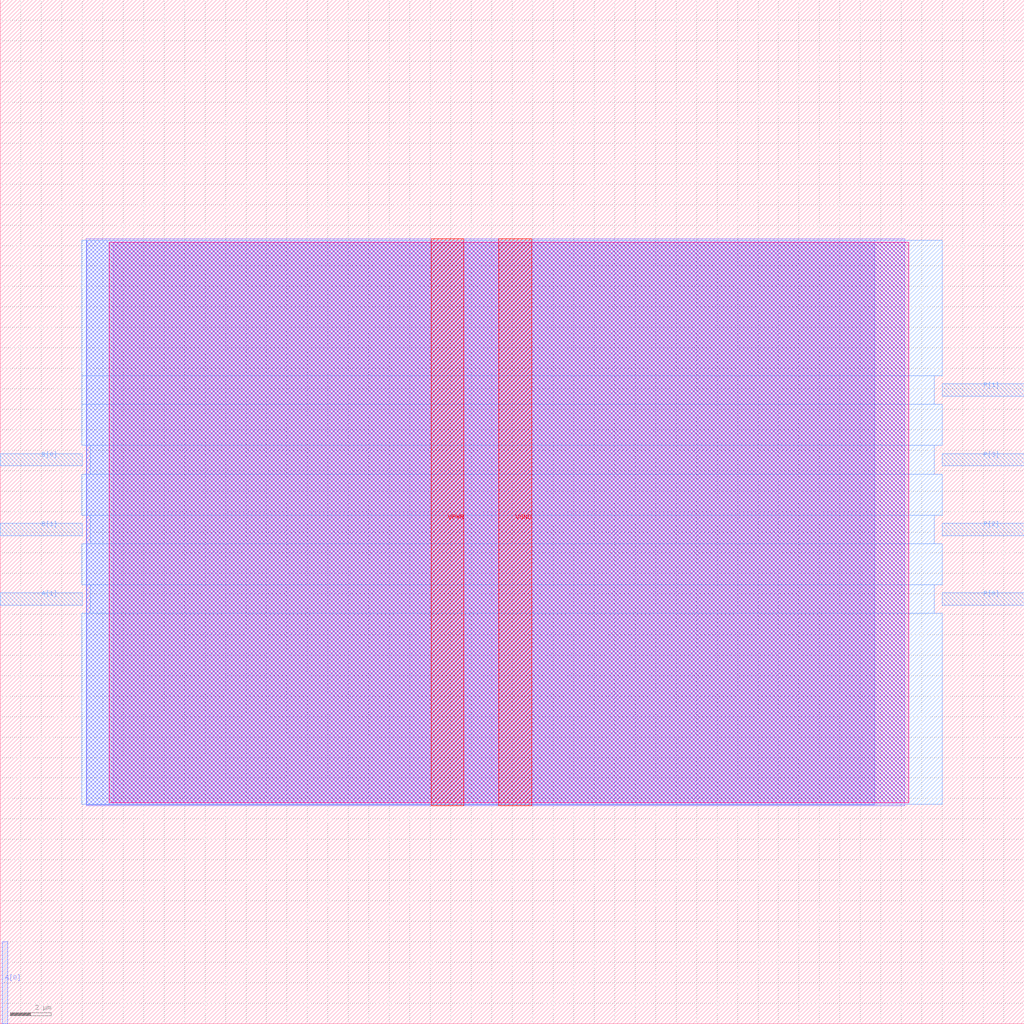
<source format=lef>
VERSION 5.7 ;
  NOWIREEXTENSIONATPIN ON ;
  DIVIDERCHAR "/" ;
  BUSBITCHARS "[]" ;
MACRO e9_SARSA_nSteps_INDEPENDIENTES
  CLASS BLOCK ;
  FOREIGN e9_SARSA_nSteps_INDEPENDIENTES ;
  ORIGIN 0.000 0.000 ;
  SIZE 50.000 BY 50.000 ;
  PIN A[0]
    DIRECTION INPUT ;
    USE SIGNAL ;
    PORT
      LAYER met2 ;
        RECT 0.090 0.000 0.370 4.000 ;
    END
  END A[0]
  PIN A[1]
    DIRECTION INPUT ;
    USE SIGNAL ;
    ANTENNAGATEAREA 0.196500 ;
    PORT
      LAYER met3 ;
        RECT 0.000 20.440 4.000 21.040 ;
    END
  END A[1]
  PIN B[0]
    DIRECTION INPUT ;
    USE SIGNAL ;
    ANTENNAGATEAREA 0.196500 ;
    PORT
      LAYER met3 ;
        RECT 0.000 27.240 4.000 27.840 ;
    END
  END B[0]
  PIN B[1]
    DIRECTION INPUT ;
    USE SIGNAL ;
    ANTENNAGATEAREA 0.196500 ;
    PORT
      LAYER met3 ;
        RECT 0.000 23.840 4.000 24.440 ;
    END
  END B[1]
  PIN P[0]
    DIRECTION OUTPUT ;
    USE SIGNAL ;
    ANTENNADIFFAREA 0.445500 ;
    PORT
      LAYER met3 ;
        RECT 46.000 20.440 50.000 21.040 ;
    END
  END P[0]
  PIN P[1]
    DIRECTION OUTPUT ;
    USE SIGNAL ;
    ANTENNADIFFAREA 0.445500 ;
    PORT
      LAYER met3 ;
        RECT 46.000 30.640 50.000 31.240 ;
    END
  END P[1]
  PIN P[2]
    DIRECTION OUTPUT ;
    USE SIGNAL ;
    ANTENNADIFFAREA 0.445500 ;
    PORT
      LAYER met3 ;
        RECT 46.000 23.840 50.000 24.440 ;
    END
  END P[2]
  PIN P[3]
    DIRECTION OUTPUT ;
    USE SIGNAL ;
    PORT
      LAYER met3 ;
        RECT 46.000 27.240 50.000 27.840 ;
    END
  END P[3]
  PIN VGND
    DIRECTION INOUT ;
    USE GROUND ;
    PORT
      LAYER met4 ;
        RECT 24.340 10.640 25.940 38.320 ;
    END
  END VGND
  PIN VPWR
    DIRECTION INOUT ;
    USE POWER ;
    PORT
      LAYER met4 ;
        RECT 21.040 10.640 22.640 38.320 ;
    END
  END VPWR
  OBS
      LAYER nwell ;
        RECT 5.330 10.795 44.350 38.165 ;
      LAYER li1 ;
        RECT 5.520 10.795 44.160 38.165 ;
      LAYER met1 ;
        RECT 4.210 10.640 44.160 38.320 ;
      LAYER met2 ;
        RECT 4.230 10.695 42.690 38.265 ;
      LAYER met3 ;
        RECT 3.990 31.640 46.000 38.245 ;
        RECT 3.990 30.240 45.600 31.640 ;
        RECT 3.990 28.240 46.000 30.240 ;
        RECT 4.400 26.840 45.600 28.240 ;
        RECT 3.990 24.840 46.000 26.840 ;
        RECT 4.400 23.440 45.600 24.840 ;
        RECT 3.990 21.440 46.000 23.440 ;
        RECT 4.400 20.040 45.600 21.440 ;
        RECT 3.990 10.715 46.000 20.040 ;
  END
END e9_SARSA_nSteps_INDEPENDIENTES
END LIBRARY


</source>
